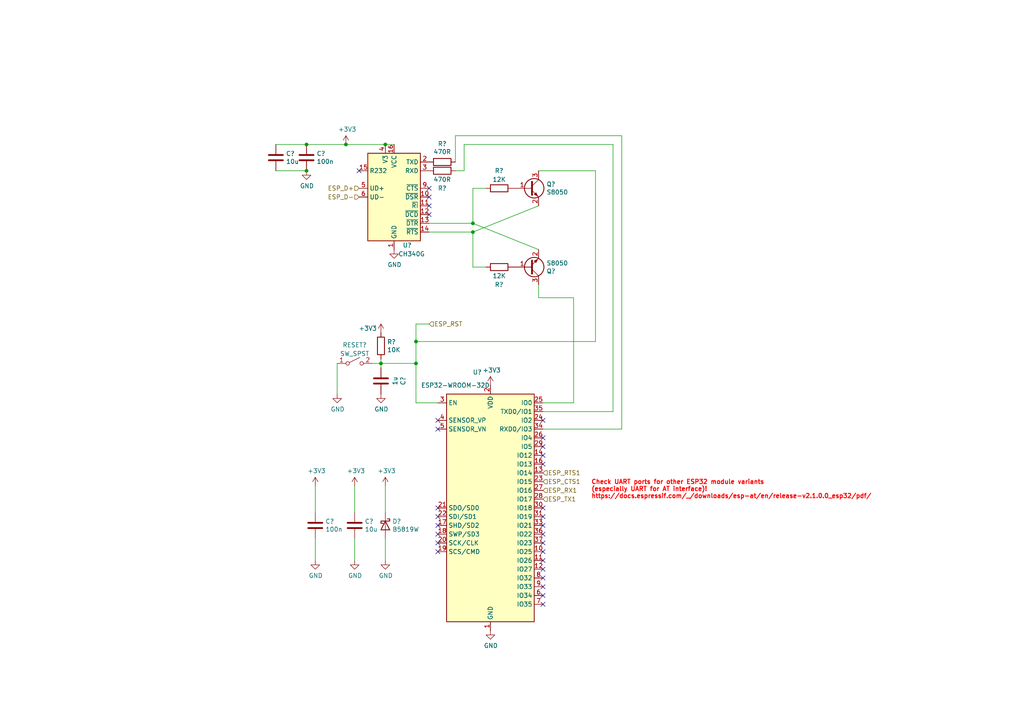
<source format=kicad_sch>
(kicad_sch (version 20230121) (generator eeschema)
  (paper "A4")
  (lib_symbols
    (symbol "Device:C" (pin_numbers hide) (pin_names (offset 0.254))
      (property "Reference" "C" (at 0.635 2.54 0))
      (property "Value" "C" (at 0.635 -2.54 0))
      (symbol "C_0_1"
        (polyline (pts (xy -2.032 -0.762) (xy 2.032 -0.762)) (stroke (width 0.508)))
        (polyline (pts (xy -2.032 0.762) (xy 2.032 0.762)) (stroke (width 0.508)))
      )
      (symbol "C_1_1"
        (pin passive line (at 0 3.81 270) (length 2.794) (name "~") (number "1"))
        (pin passive line (at 0 -3.81 90) (length 2.794) (name "~") (number "2"))
      )
    )
    (symbol "Device:D_Schottky" (pin_numbers hide) (pin_names (offset 1.016) hide)
      (property "Reference" "D" (at 0 2.54 0))
      (property "Value" "D_Schottky" (at 0 -2.54 0))
      (symbol "D_Schottky_0_1"
        (polyline (pts (xy 1.27 0) (xy -1.27 0)))
        (polyline (pts (xy 1.27 1.27) (xy 1.27 -1.27) (xy -1.27 0) (xy 1.27 1.27)) (stroke (width 0.254)))
        (polyline (pts (xy -1.905 0.635) (xy -1.905 1.27) (xy -1.27 1.27) (xy -1.27 -1.27) (xy -0.635 -1.27) (xy -0.635 -0.635)) (stroke (width 0.254)))
      )
      (symbol "D_Schottky_1_1"
        (pin passive line (at -3.81 0 0) (length 2.54) (name "K") (number "1"))
        (pin passive line (at 3.81 0 180) (length 2.54) (name "A") (number "2"))
      )
    )
    (symbol "Device:Q_NPN_BEC" (pin_names (offset 0) hide)
      (property "Reference" "Q" (at 5.08 1.27 0))
      (property "Value" "Q_NPN_BEC" (at 5.08 -1.27 0))
      (symbol "Q_NPN_BEC_0_1"
        (polyline (pts (xy 0.635 0.635) (xy 2.54 2.54)))
        (polyline (pts (xy 0.635 -0.635) (xy 2.54 -2.54) (xy 2.54 -2.54)))
        (polyline (pts (xy 0.635 1.905) (xy 0.635 -1.905) (xy 0.635 -1.905)) (stroke (width 0.508)))
        (polyline (pts (xy 1.27 -1.778) (xy 1.778 -1.27) (xy 2.286 -2.286) (xy 1.27 -1.778) (xy 1.27 -1.778)) (fill (type outline)))
        (circle (center 1.27 0) (radius 2.8194) (stroke (width 0.254)))
      )
      (symbol "Q_NPN_BEC_1_1"
        (pin input line (at -5.08 0 0) (length 5.715) (name "B") (number "1"))
        (pin passive line (at 2.54 -5.08 90) (length 2.54) (name "E") (number "2"))
        (pin passive line (at 2.54 5.08 270) (length 2.54) (name "C") (number "3"))
      )
    )
    (symbol "Device:R" (pin_numbers hide) (pin_names (offset 0))
      (property "Reference" "R" (at 2.032 0 90))
      (property "Value" "R" (at 0 0 90))
      (symbol "R_0_1"
        (rectangle (start -1.016 -2.54) (end 1.016 2.54) (stroke (width 0.254)))
      )
      (symbol "R_1_1"
        (pin passive line (at 0 3.81 270) (length 1.27) (name "~") (number "1"))
        (pin passive line (at 0 -3.81 90) (length 1.27) (name "~") (number "2"))
      )
    )
    (symbol "Interface_USB:CH340C"
      (property "Reference" "U" (at -5.08 13.97 0))
      (property "Value" "CH340C" (at 1.27 13.97 0))
      (symbol "CH340C_0_1"
        (rectangle (start -7.62 12.7) (end 7.62 -12.7) (stroke (width 0.254)) (fill (type background)))
      )
      (symbol "CH340C_1_1"
        (pin power_in line (at 0 -15.24 90) (length 2.54) (name "GND") (number "1"))
        (pin input line (at 10.16 0 180) (length 2.54) (name "~{DSR}") (number "10"))
        (pin input line (at 10.16 -2.54 180) (length 2.54) (name "~{RI}") (number "11"))
        (pin input line (at 10.16 -5.08 180) (length 2.54) (name "~{DCD}") (number "12"))
        (pin output line (at 10.16 -7.62 180) (length 2.54) (name "~{DTR}") (number "13"))
        (pin output line (at 10.16 -10.16 180) (length 2.54) (name "~{RTS}") (number "14"))
        (pin input line (at -10.16 7.62 0) (length 2.54) (name "R232") (number "15"))
        (pin power_in line (at 0 15.24 270) (length 2.54) (name "VCC") (number "16"))
        (pin output line (at 10.16 10.16 180) (length 2.54) (name "TXD") (number "2"))
        (pin input line (at 10.16 7.62 180) (length 2.54) (name "RXD") (number "3"))
        (pin passive line (at -2.54 15.24 270) (length 2.54) (name "V3") (number "4"))
        (pin bidirectional line (at -10.16 2.54 0) (length 2.54) (name "UD+") (number "5"))
        (pin bidirectional line (at -10.16 0 0) (length 2.54) (name "UD-") (number "6"))
        (pin no_connect line (at -7.62 -7.62 0) (length 2.54) hide (name "NC") (number "7"))
        (pin no_connect line (at -7.62 -10.16 0) (length 2.54) hide (name "NC") (number "8"))
        (pin input line (at 10.16 2.54 180) (length 2.54) (name "~{CTS}") (number "9"))
      )
    )
    (symbol "RF_Module:ESP32-WROOM-32D"
      (property "Reference" "U" (at -12.7 34.29 0))
      (property "Value" "ESP32-WROOM-32D" (at 1.27 34.29 0))
      (symbol "ESP32-WROOM-32D_0_1"
        (rectangle (start -12.7 33.02) (end 12.7 -33.02) (stroke (width 0.254)) (fill (type background)))
      )
      (symbol "ESP32-WROOM-32D_1_1"
        (pin power_in line (at 0 -35.56 90) (length 2.54) (name "GND") (number "1"))
        (pin bidirectional line (at 15.24 -12.7 180) (length 2.54) (name "IO25") (number "10"))
        (pin bidirectional line (at 15.24 -15.24 180) (length 2.54) (name "IO26") (number "11"))
        (pin bidirectional line (at 15.24 -17.78 180) (length 2.54) (name "IO27") (number "12"))
        (pin bidirectional line (at 15.24 10.16 180) (length 2.54) (name "IO14") (number "13"))
        (pin bidirectional line (at 15.24 15.24 180) (length 2.54) (name "IO12") (number "14"))
        (pin passive line (at 0 -35.56 90) (length 2.54) hide (name "GND") (number "15"))
        (pin bidirectional line (at 15.24 12.7 180) (length 2.54) (name "IO13") (number "16"))
        (pin bidirectional line (at -15.24 -5.08 0) (length 2.54) (name "SHD/SD2") (number "17"))
        (pin bidirectional line (at -15.24 -7.62 0) (length 2.54) (name "SWP/SD3") (number "18"))
        (pin bidirectional line (at -15.24 -12.7 0) (length 2.54) (name "SCS/CMD") (number "19"))
        (pin power_in line (at 0 35.56 270) (length 2.54) (name "VDD") (number "2"))
        (pin bidirectional line (at -15.24 -10.16 0) (length 2.54) (name "SCK/CLK") (number "20"))
        (pin bidirectional line (at -15.24 0 0) (length 2.54) (name "SDO/SD0") (number "21"))
        (pin bidirectional line (at -15.24 -2.54 0) (length 2.54) (name "SDI/SD1") (number "22"))
        (pin bidirectional line (at 15.24 7.62 180) (length 2.54) (name "IO15") (number "23"))
        (pin bidirectional line (at 15.24 25.4 180) (length 2.54) (name "IO2") (number "24"))
        (pin bidirectional line (at 15.24 30.48 180) (length 2.54) (name "IO0") (number "25"))
        (pin bidirectional line (at 15.24 20.32 180) (length 2.54) (name "IO4") (number "26"))
        (pin bidirectional line (at 15.24 5.08 180) (length 2.54) (name "IO16") (number "27"))
        (pin bidirectional line (at 15.24 2.54 180) (length 2.54) (name "IO17") (number "28"))
        (pin bidirectional line (at 15.24 17.78 180) (length 2.54) (name "IO5") (number "29"))
        (pin input line (at -15.24 30.48 0) (length 2.54) (name "EN") (number "3"))
        (pin bidirectional line (at 15.24 0 180) (length 2.54) (name "IO18") (number "30"))
        (pin bidirectional line (at 15.24 -2.54 180) (length 2.54) (name "IO19") (number "31"))
        (pin no_connect line (at -12.7 -27.94 0) (length 2.54) hide (name "NC") (number "32"))
        (pin bidirectional line (at 15.24 -5.08 180) (length 2.54) (name "IO21") (number "33"))
        (pin bidirectional line (at 15.24 22.86 180) (length 2.54) (name "RXD0/IO3") (number "34"))
        (pin bidirectional line (at 15.24 27.94 180) (length 2.54) (name "TXD0/IO1") (number "35"))
        (pin bidirectional line (at 15.24 -7.62 180) (length 2.54) (name "IO22") (number "36"))
        (pin bidirectional line (at 15.24 -10.16 180) (length 2.54) (name "IO23") (number "37"))
        (pin passive line (at 0 -35.56 90) (length 2.54) hide (name "GND") (number "38"))
        (pin passive line (at 0 -35.56 90) (length 2.54) hide (name "GND") (number "39"))
        (pin input line (at -15.24 25.4 0) (length 2.54) (name "SENSOR_VP") (number "4"))
        (pin input line (at -15.24 22.86 0) (length 2.54) (name "SENSOR_VN") (number "5"))
        (pin input line (at 15.24 -25.4 180) (length 2.54) (name "IO34") (number "6"))
        (pin input line (at 15.24 -27.94 180) (length 2.54) (name "IO35") (number "7"))
        (pin bidirectional line (at 15.24 -20.32 180) (length 2.54) (name "IO32") (number "8"))
        (pin bidirectional line (at 15.24 -22.86 180) (length 2.54) (name "IO33") (number "9"))
      )
    )
    (symbol "Switch:SW_SPST" (pin_names (offset 0) hide)
      (property "Reference" "SW" (at 0 3.175 0))
      (property "Value" "SW_SPST" (at 0 -2.54 0))
      (symbol "SW_SPST_0_0"
        (circle (center -2.032 0) (radius 0.508))
        (polyline (pts (xy -1.524 0.254) (xy 1.524 1.778)))
        (circle (center 2.032 0) (radius 0.508))
      )
      (symbol "SW_SPST_1_1"
        (pin passive line (at -5.08 0 0) (length 2.54) (name "A") (number "1"))
        (pin passive line (at 5.08 0 180) (length 2.54) (name "B") (number "2"))
      )
    )
    (symbol "power:+3V3" (power) (pin_names (offset 0))
      (property "Value" "+3V3" (at 0 3.556 0))
      (symbol "+3V3_0_1"
        (polyline (pts (xy -0.762 1.27) (xy 0 2.54)))
        (polyline (pts (xy 0 0) (xy 0 2.54)))
        (polyline (pts (xy 0 2.54) (xy 0.762 1.27)))
      )
      (symbol "+3V3_1_1"
        (pin power_in line (at 0 0 90) (length 0) hide (name "+3V3") (number "1"))
      )
    )
    (symbol "power:GND" (power) (pin_names (offset 0))
      (property "Value" "GND" (at 0 -3.81 0))
      (symbol "GND_0_1"
        (polyline (pts (xy 0 0) (xy 0 -1.27) (xy 1.27 -1.27) (xy 0 -2.54) (xy -1.27 -1.27) (xy 0 -1.27)))
      )
      (symbol "GND_1_1"
        (pin power_in line (at 0 0 270) (length 0) hide (name "GND") (number "1"))
      )
    )
  )
  (junction (at 110.49 105.41))
  (junction (at 137.16 67.31))
  (junction (at 88.9 41.91))
  (junction (at 111.76 41.91))
  (junction (at 137.16 64.77))
  (junction (at 100.33 41.91))
  (junction (at 120.65 99.06))
  (junction (at 88.9 49.53))
  (junction (at 120.65 105.41))
  (no_connect (at 157.48 160.02))
  (no_connect (at 157.48 152.4))
  (no_connect (at 157.48 147.32))
  (no_connect (at 127 160.02))
  (no_connect (at 124.46 57.15))
  (no_connect (at 157.48 165.1))
  (no_connect (at 157.48 127))
  (no_connect (at 157.48 132.08))
  (no_connect (at 124.46 54.61))
  (no_connect (at 127 121.92))
  (no_connect (at 157.48 154.94))
  (no_connect (at 127 149.86))
  (no_connect (at 157.48 121.92))
  (no_connect (at 127 157.48))
  (no_connect (at 127 152.4))
  (no_connect (at 104.14 49.53))
  (no_connect (at 157.48 149.86))
  (no_connect (at 157.48 170.18))
  (no_connect (at 157.48 172.72))
  (no_connect (at 124.46 62.23))
  (no_connect (at 124.46 59.69))
  (no_connect (at 157.48 129.54))
  (no_connect (at 157.48 175.26))
  (no_connect (at 127 154.94))
  (no_connect (at 127 124.46))
  (no_connect (at 127 147.32))
  (no_connect (at 157.48 162.56))
  (no_connect (at 157.48 167.64))
  (no_connect (at 157.48 134.62))
  (no_connect (at 157.48 157.48))
  (wire (pts (xy 110.49 105.41) (xy 110.49 104.14)))
  (wire (pts (xy 157.48 119.38) (xy 177.8 119.38)))
  (wire (pts (xy 102.87 156.21) (xy 102.87 162.56)))
  (wire (pts (xy 111.76 41.91) (xy 100.33 41.91)))
  (wire (pts (xy 120.65 116.84) (xy 120.65 105.41)))
  (wire (pts (xy 111.76 148.59) (xy 111.76 140.97)))
  (wire (pts (xy 107.95 105.41) (xy 110.49 105.41)))
  (wire (pts (xy 91.44 156.21) (xy 91.44 162.56)))
  (wire (pts (xy 120.65 93.98) (xy 124.46 93.98)))
  (wire (pts (xy 132.08 49.53) (xy 134.62 49.53)))
  (wire (pts (xy 120.65 93.98) (xy 120.65 99.06)))
  (wire (pts (xy 134.62 41.91) (xy 177.8 41.91)))
  (wire (pts (xy 177.8 41.91) (xy 177.8 119.38)))
  (wire (pts (xy 111.76 162.56) (xy 111.76 156.21)))
  (wire (pts (xy 137.16 67.31) (xy 137.16 77.47)))
  (wire (pts (xy 137.16 54.61) (xy 140.97 54.61)))
  (wire (pts (xy 156.21 86.36) (xy 166.37 86.36)))
  (wire (pts (xy 88.9 41.91) (xy 100.33 41.91)))
  (wire (pts (xy 140.97 77.47) (xy 137.16 77.47)))
  (wire (pts (xy 137.16 64.77) (xy 156.21 72.39)))
  (wire (pts (xy 166.37 116.84) (xy 166.37 86.36)))
  (wire (pts (xy 102.87 140.97) (xy 102.87 148.59)))
  (wire (pts (xy 88.9 49.53) (xy 80.01 49.53)))
  (wire (pts (xy 180.34 39.37) (xy 180.34 124.46)))
  (wire (pts (xy 80.01 41.91) (xy 88.9 41.91)))
  (wire (pts (xy 110.49 105.41) (xy 120.65 105.41)))
  (wire (pts (xy 124.46 64.77) (xy 137.16 64.77)))
  (wire (pts (xy 156.21 82.55) (xy 156.21 86.36)))
  (wire (pts (xy 91.44 148.59) (xy 91.44 140.97)))
  (wire (pts (xy 137.16 54.61) (xy 137.16 64.77)))
  (wire (pts (xy 120.65 99.06) (xy 120.65 105.41)))
  (wire (pts (xy 124.46 67.31) (xy 137.16 67.31)))
  (wire (pts (xy 156.21 59.69) (xy 137.16 67.31)))
  (wire (pts (xy 172.72 49.53) (xy 172.72 99.06)))
  (wire (pts (xy 114.3 41.91) (xy 111.76 41.91)))
  (wire (pts (xy 157.48 116.84) (xy 166.37 116.84)))
  (wire (pts (xy 97.79 105.41) (xy 97.79 114.3)))
  (wire (pts (xy 120.65 99.06) (xy 172.72 99.06)))
  (wire (pts (xy 132.08 39.37) (xy 132.08 46.99)))
  (wire (pts (xy 127 116.84) (xy 120.65 116.84)))
  (wire (pts (xy 157.48 124.46) (xy 180.34 124.46)))
  (wire (pts (xy 110.49 106.68) (xy 110.49 105.41)))
  (wire (pts (xy 134.62 49.53) (xy 134.62 41.91)))
  (wire (pts (xy 132.08 39.37) (xy 180.34 39.37)))
  (wire (pts (xy 156.21 49.53) (xy 172.72 49.53)))
  (text "Check UART ports for other ESP32 module variants\n(especially UART for AT interface)!\nhttps://docs.espressif.com/_/downloads/esp-at/en/release-v2.1.0.0_esp32/pdf/" (at 171.45 144.78 0) (effects (font (size 1.27 1.27) (thickness 0.254) bold) (justify left bottom)))
  (hierarchical_label "ESP_TX1" (shape input) (at 157.48 144.78 0))
  (hierarchical_label "ESP_D+" (shape input) (at 104.14 54.61 180))
  (hierarchical_label "ESP_RST" (shape input) (at 124.46 93.98 0))
  (hierarchical_label "ESP_RX1" (shape input) (at 157.48 142.24 0))
  (hierarchical_label "ESP_RTS1" (shape input) (at 157.48 137.16 0))
  (hierarchical_label "ESP_D-" (shape input) (at 104.14 57.15 180))
  (hierarchical_label "ESP_CTS1" (shape input) (at 157.48 139.7 0))
  (symbol (lib_id "power:GND") (at 142.24 182.88 0) (unit 1)
    (property "Reference" "#PWR?" (effects hide))
    (property "Value" "GND" (at 142.367 187.2742 0))
    (instances (project "IMUnav_H00" (path "" (reference "#PWR?") (unit 1)) (path "" (reference "#PWR019") (unit 1))) (project "PaLampa_MoBo_H01" (path "" (reference "#PWR?") (unit 1))))
  )
  (symbol (lib_id "power:GND") (at 110.49 114.3 0) (unit 1)
    (property "Reference" "#PWR?" (effects hide))
    (property "Value" "GND" (at 110.617 118.6942 0))
    (instances (project "IMUnav_H00" (path "" (reference "#PWR?") (unit 1)) (path "" (reference "#PWR017") (unit 1))) (project "PaLampa_MoBo_H01" (path "" (reference "#PWR?") (unit 1))))
  )
  (symbol (lib_id "Device:R") (at 128.27 46.99 270) (unit 1)
    (property "Reference" "R?" (at 128.27 41.7322 90))
    (property "Value" "470R" (at 128.27 44.0436 90))
    (property "Footprint" "Resistor_SMD:R_0603_1608Metric" (effects hide))
    (property "LCSC" "C23179" (effects hide))
    (instances (project "IMUnav_H00" (path "" (reference "R?") (unit 1)) (path "" (reference "R2") (unit 1))) (project "PaLampa_MoBo_H01" (path "" (reference "R?") (unit 1))))
  )
  (symbol (lib_id "power:+3V3") (at 100.33 41.91 0) (unit 1)
    (property "Reference" "#PWR?" (effects hide))
    (property "Value" "+3V3" (at 100.711 37.5158 0))
    (instances (project "IMUnav_H00" (path "" (reference "#PWR?") (unit 1)) (path "" (reference "#PWR021") (unit 1))) (project "PaLampa_MoBo_H01" (path "" (reference "#PWR?") (unit 1))))
  )
  (symbol (lib_id "power:+3V3") (at 111.76 140.97 0) (unit 1)
    (property "Reference" "#PWR?" (effects hide))
    (property "Value" "+3V3" (at 112.141 136.5758 0))
    (instances (project "IMUnav_H00" (path "" (reference "#PWR?") (unit 1)) (path "" (reference "#PWR013") (unit 1))) (project "PaLampa_MoBo_H01" (path "" (reference "#PWR?") (unit 1))))
  )
  (symbol (lib_id "power:GND") (at 114.3 72.39 0) (unit 1)
    (property "Reference" "#PWR?" (effects hide))
    (property "Value" "GND" (at 114.427 76.7842 0))
    (instances (project "IMUnav_H00" (path "" (reference "#PWR?") (unit 1)) (path "" (reference "#PWR022") (unit 1))) (project "PaLampa_MoBo_H01" (path "" (reference "#PWR?") (unit 1))))
  )
  (symbol (lib_id "Device:R") (at 144.78 77.47 270) (unit 1)
    (property "Reference" "R?" (at 144.78 82.55 90))
    (property "Value" "12K" (at 144.78 80.01 90))
    (property "Footprint" "Resistor_SMD:R_0603_1608Metric" (effects hide))
    (property "LCSC" "C22790" (effects hide))
    (instances (project "IMUnav_H00" (path "" (reference "R?") (unit 1)) (path "" (reference "R5") (unit 1))) (project "PaLampa_MoBo_H01" (path "" (reference "R?") (unit 1))))
  )
  (symbol (lib_id "Device:C") (at 91.44 152.4 0) (unit 1)
    (property "Reference" "C?" (at 94.361 151.2316 0) (effects (justify left)))
    (property "Value" "100n" (at 94.361 153.543 0) (effects (justify left)))
    (property "Footprint" "Capacitor_SMD:C_0603_1608Metric" (effects hide))
    (property "LCSC" "C14663" (effects hide))
    (instances (project "IMUnav_H00" (path "" (reference "C?") (unit 1)) (path "" (reference "C3") (unit 1))) (project "PaLampa_MoBo_H01" (path "" (reference "C?") (unit 1))))
  )
  (symbol (lib_id "Device:Q_NPN_BEC") (at 153.67 77.47 0) (mirror x) (unit 1)
    (property "Reference" "Q?" (at 158.496 78.6384 0) (effects (justify left)))
    (property "Value" "S8050" (at 158.496 76.327 0) (effects (justify left)))
    (property "Footprint" "Package_TO_SOT_SMD:SOT-23" (effects hide))
    (property "Datasheet" "https://datasheet.lcsc.com/szlcsc/Changjiang-Electronics-Tech-CJ-S8050_C2146.pdf" (effects hide))
    (property "LCSC" "C2146" (effects hide))
    (instances (project "IMUnav_H00" (path "" (reference "Q?") (unit 1)) (path "" (reference "Q2") (unit 1))) (project "PaLampa_MoBo_H01" (path "" (reference "Q?") (unit 1))))
  )
  (symbol (lib_id "Switch:SW_SPST") (at 102.87 105.41 0) (unit 1)
    (property "Reference" "RESET?" (at 102.87 100.0592 0))
    (property "Value" "SW_SPST" (at 102.87 102.5961 0))
    (property "Footprint" "Button_Switch_SMD:SW_SPST_TL3342" (effects hide))
    (property "LCSC" "C318884" (effects hide))
    (instances (project "IMUnav_H00" (path "" (reference "RESET?") (unit 1)) (path "" (reference "RESET1") (unit 1))) (project "PaLampa_MoBo_H01" (path "" (reference "RESET?") (unit 1))))
  )
  (symbol (lib_id "Device:R") (at 144.78 54.61 270) (unit 1)
    (property "Reference" "R?" (at 144.78 49.53 90))
    (property "Value" "12K" (at 144.78 52.07 90))
    (property "Footprint" "Resistor_SMD:R_0603_1608Metric" (effects hide))
    (property "LCSC" "C22790" (effects hide))
    (instances (project "IMUnav_H00" (path "" (reference "R?") (unit 1)) (path "" (reference "R4") (unit 1))) (project "PaLampa_MoBo_H01" (path "" (reference "R?") (unit 1))))
  )
  (symbol (lib_id "RF_Module:ESP32-WROOM-32D") (at 142.24 147.32 0) (unit 1)
    (property "Reference" "U?" (at 138.43 107.95 0))
    (property "Value" "ESP32-WROOM-32D" (at 132.08 111.76 0))
    (property "Footprint" "RF_Module:ESP32-WROOM-32" (effects hide))
    (property "Datasheet" "https://www.espressif.com/sites/default/files/documentation/esp32-wroom-32d_esp32-wroom-32u_datasheet_en.pdf" (effects hide))
    (property "LCSC" "C529577" (effects hide))
    (instances (project "IMUnav_H00" (path "" (reference "U?") (unit 1)) (path "" (reference "U2") (unit 1))) (project "PaLampa_MoBo_H01" (path "" (reference "U?") (unit 1))))
  )
  (symbol (lib_id "Device:R") (at 128.27 49.53 270) (unit 1)
    (property "Reference" "R?" (at 128.27 54.61 90))
    (property "Value" "470R" (at 128.27 52.07 90))
    (property "Footprint" "Resistor_SMD:R_0603_1608Metric" (effects hide))
    (property "LCSC" "C23179" (effects hide))
    (instances (project "IMUnav_H00" (path "" (reference "R?") (unit 1)) (path "" (reference "R3") (unit 1))) (project "PaLampa_MoBo_H01" (path "" (reference "R?") (unit 1))))
  )
  (symbol (lib_id "Device:C") (at 102.87 152.4 0) (unit 1)
    (property "Reference" "C?" (at 105.791 151.2316 0) (effects (justify left)))
    (property "Value" "10u" (at 105.791 153.543 0) (effects (justify left)))
    (property "Footprint" "Capacitor_SMD:C_0805_2012Metric" (effects hide))
    (property "LCSC" "C15850" (effects hide))
    (instances (project "IMUnav_H00" (path "" (reference "C?") (unit 1)) (path "" (reference "C4") (unit 1))) (project "PaLampa_MoBo_H01" (path "" (reference "C?") (unit 1))))
  )
  (symbol (lib_id "power:GND") (at 88.9 49.53 0) (unit 1)
    (property "Reference" "#PWR?" (effects hide))
    (property "Value" "GND" (at 89.027 53.9242 0))
    (instances (project "IMUnav_H00" (path "" (reference "#PWR?") (unit 1)) (path "" (reference "#PWR020") (unit 1))) (project "PaLampa_MoBo_H01" (path "" (reference "#PWR?") (unit 1))))
  )
  (symbol (lib_id "power:+3V3") (at 110.49 96.52 0) (unit 1)
    (property "Reference" "#PWR?" (effects hide))
    (property "Value" "+3V3" (at 106.68 95.25 0))
    (instances (project "IMUnav_H00" (path "" (reference "#PWR?") (unit 1)) (path "" (reference "#PWR016") (unit 1))) (project "PaLampa_MoBo_H01" (path "" (reference "#PWR?") (unit 1))))
  )
  (symbol (lib_id "power:+3V3") (at 142.24 111.76 0) (unit 1)
    (property "Reference" "#PWR?" (effects hide))
    (property "Value" "+3V3" (at 142.621 107.3658 0))
    (instances (project "IMUnav_H00" (path "" (reference "#PWR?") (unit 1)) (path "" (reference "#PWR018") (unit 1))) (project "PaLampa_MoBo_H01" (path "" (reference "#PWR?") (unit 1))))
  )
  (symbol (lib_id "power:+3V3") (at 91.44 140.97 0) (unit 1)
    (property "Reference" "#PWR?" (effects hide))
    (property "Value" "+3V3" (at 91.821 136.5758 0))
    (instances (project "IMUnav_H00" (path "" (reference "#PWR?") (unit 1)) (path "" (reference "#PWR09") (unit 1))) (project "PaLampa_MoBo_H01" (path "" (reference "#PWR?") (unit 1))))
  )
  (symbol (lib_id "Interface_USB:CH340C") (at 114.3 57.15 0) (unit 1)
    (property "Reference" "U?" (at 118.11 71.12 0))
    (property "Value" "CH340G" (at 119.38 73.66 0))
    (property "Footprint" "Package_SO:SOIC-16_3.9x9.9mm_P1.27mm" (effects hide))
    (property "Datasheet" "https://datasheet.lcsc.com/szlcsc/Jiangsu-Qin-Heng-CH340C_C84681.pdf" (effects hide))
    (property "LCSC" "C84681" (effects hide))
    (instances (project "IMUnav_H00" (path "" (reference "U?") (unit 1)) (path "" (reference "U3") (unit 1))) (project "PaLampa_MoBo_H01" (path "" (reference "U?") (unit 1))))
  )
  (symbol (lib_id "Device:R") (at 110.49 100.33 0) (unit 1)
    (property "Reference" "R?" (at 112.268 99.1616 0) (effects (justify left)))
    (property "Value" "10K" (at 112.268 101.473 0) (effects (justify left)))
    (property "Footprint" "Resistor_SMD:R_0603_1608Metric" (effects hide))
    (property "LCSC" "C25804" (effects hide))
    (instances (project "IMUnav_H00" (path "" (reference "R?") (unit 1)) (path "" (reference "R1") (unit 1))) (project "PaLampa_MoBo_H01" (path "" (reference "R?") (unit 1))))
  )
  (symbol (lib_id "power:GND") (at 111.76 162.56 0) (unit 1)
    (property "Reference" "#PWR?" (effects hide))
    (property "Value" "GND" (at 111.887 166.9542 0))
    (instances (project "IMUnav_H00" (path "" (reference "#PWR?") (unit 1)) (path "" (reference "#PWR014") (unit 1))) (project "PaLampa_MoBo_H01" (path "" (reference "#PWR?") (unit 1))))
  )
  (symbol (lib_id "Device:C") (at 80.01 45.72 0) (unit 1)
    (property "Reference" "C?" (at 82.931 44.5516 0) (effects (justify left)))
    (property "Value" "10u" (at 82.931 46.863 0) (effects (justify left)))
    (property "Footprint" "Capacitor_SMD:C_0603_1608Metric" (effects hide))
    (property "LCSC" "C19702" (effects hide))
    (instances (project "IMUnav_H00" (path "" (reference "C?") (unit 1)) (path "" (reference "C6") (unit 1))) (project "PaLampa_MoBo_H01" (path "" (reference "C?") (unit 1))))
  )
  (symbol (lib_id "Device:D_Schottky") (at 111.76 152.4 270) (unit 1)
    (property "Reference" "D?" (at 113.792 151.2316 90) (effects (justify left)))
    (property "Value" "B5819W" (at 113.792 153.543 90) (effects (justify left)))
    (property "Footprint" "Diode_SMD:D_SOD-123" (effects hide))
    (property "LCSC" "C8598" (effects hide))
    (instances (project "IMUnav_H00" (path "" (reference "D?") (unit 1)) (path "" (reference "D2") (unit 1))) (project "PaLampa_MoBo_H01" (path "" (reference "D?") (unit 1))))
  )
  (symbol (lib_id "power:+3V3") (at 102.87 140.97 0) (unit 1)
    (property "Reference" "#PWR?" (effects hide))
    (property "Value" "+3V3" (at 103.251 136.5758 0))
    (instances (project "IMUnav_H00" (path "" (reference "#PWR?") (unit 1)) (path "" (reference "#PWR011") (unit 1))) (project "PaLampa_MoBo_H01" (path "" (reference "#PWR?") (unit 1))))
  )
  (symbol (lib_id "power:GND") (at 97.79 114.3 0) (unit 1)
    (property "Reference" "#PWR?" (effects hide))
    (property "Value" "GND" (at 97.917 118.6942 0))
    (instances (project "IMUnav_H00" (path "" (reference "#PWR?") (unit 1)) (path "" (reference "#PWR015") (unit 1))) (project "PaLampa_MoBo_H01" (path "" (reference "#PWR?") (unit 1))))
  )
  (symbol (lib_id "Device:C") (at 88.9 45.72 0) (unit 1)
    (property "Reference" "C?" (at 91.821 44.5516 0) (effects (justify left)))
    (property "Value" "100n" (at 91.821 46.863 0) (effects (justify left)))
    (property "Footprint" "Capacitor_SMD:C_0603_1608Metric" (effects hide))
    (property "LCSC" "C14663" (effects hide))
    (instances (project "IMUnav_H00" (path "" (reference "C?") (unit 1)) (path "" (reference "C7") (unit 1))) (project "PaLampa_MoBo_H01" (path "" (reference "C?") (unit 1))))
  )
  (symbol (lib_id "power:GND") (at 102.87 162.56 0) (unit 1)
    (property "Reference" "#PWR?" (effects hide))
    (property "Value" "GND" (at 102.997 166.9542 0))
    (instances (project "IMUnav_H00" (path "" (reference "#PWR?") (unit 1)) (path "" (reference "#PWR012") (unit 1))) (project "PaLampa_MoBo_H01" (path "" (reference "#PWR?") (unit 1))))
  )
  (symbol (lib_id "Device:Q_NPN_BEC") (at 153.67 54.61 0) (unit 1)
    (property "Reference" "Q?" (at 158.496 53.4416 0) (effects (justify left)))
    (property "Value" "S8050" (at 158.496 55.753 0) (effects (justify left)))
    (property "Footprint" "Package_TO_SOT_SMD:SOT-23" (effects hide))
    (property "Datasheet" "https://datasheet.lcsc.com/szlcsc/Changjiang-Electronics-Tech-CJ-S8050_C2146.pdf" (effects hide))
    (property "LCSC" "C2146" (effects hide))
    (instances (project "IMUnav_H00" (path "" (reference "Q?") (unit 1)) (path "" (reference "Q1") (unit 1))) (project "PaLampa_MoBo_H01" (path "" (reference "Q?") (unit 1))))
  )
  (symbol (lib_id "power:GND") (at 91.44 162.56 0) (unit 1)
    (property "Reference" "#PWR?" (effects hide))
    (property "Value" "GND" (at 91.567 166.9542 0))
    (instances (project "IMUnav_H00" (path "" (reference "#PWR?") (unit 1)) (path "" (reference "#PWR010") (unit 1))) (project "PaLampa_MoBo_H01" (path "" (reference "#PWR?") (unit 1))))
  )
  (symbol (lib_id "Device:C") (at 110.49 110.49 180) (unit 1)
    (property "Reference" "C?" (at 116.8908 110.49 90))
    (property "Value" "1u" (at 114.5794 110.49 90))
    (property "Footprint" "Capacitor_SMD:C_0603_1608Metric" (effects hide))
    (property "LCSC" "C15849" (effects hide))
    (instances (project "IMUnav_H00" (path "" (reference "C?") (unit 1)) (path "" (reference "C5") (unit 1))) (project "PaLampa_MoBo_H01" (path "" (reference "C?") (unit 1))))
  )
)
</source>
